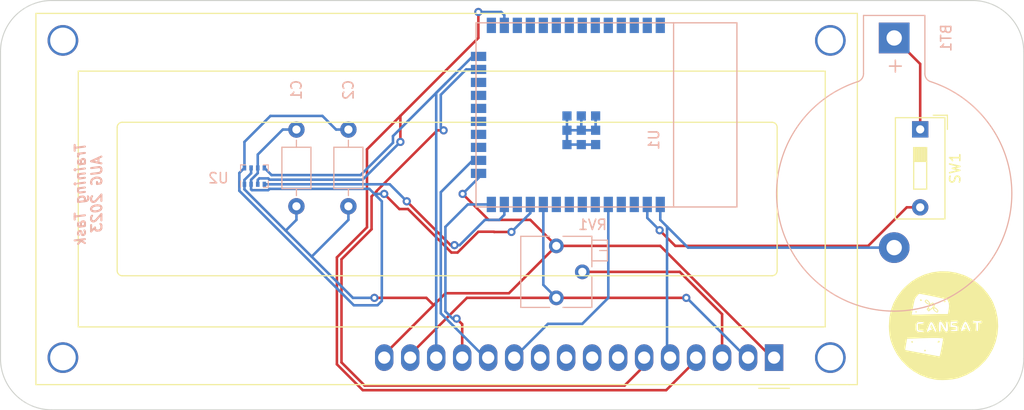
<source format=kicad_pcb>
(kicad_pcb (version 20221018) (generator pcbnew)
  (layers (0 "F.Cu" signal) (31 "B.Cu" signal) (34 "B.Paste" user) (35 "F.Paste" user) (36 "B.SilkS" user "B.Silkscreen") (37 "F.SilkS" user "F.Silkscreen") (38 "B.Mask" user) (39 "F.Mask" user) (44 "Edge.Cuts" user))
  (net 0 "")
  (net 11 "GND")
  (net 12 "+3.3V")
  (net 13 "/VO")
  (net 14 "/E")
  (net 21 "unconnected-(U1-NC@20-Pad20)")
  (net 23 "Net-(U1-THERMAL@39-PadGND@39)")
  (net 25 "/D4")
  (net 26 "/D5")
  (net 27 "/D6")
  (net 28 "SCK")
  (net 29 "SD0")
  (net 30 "SDI")
  (net 35 "GND1")
  (net 36 "Vin")
  (net 37 "VDD")
  (net 45 "Net-(BT1-+)")
  (footprint "Display:WC1602A" (layer "F.Cu") (at 168.6 104.9 180)
    (fp_text reference "DS2" hide)
    (fp_text value "WC1602A")
    (fp_line (start -8.14 -2.64) (end -8.14 33.64) (stroke (width 0.12)) (layer "F.SilkS"))
    (fp_line (start -8.14 33.64) (end 72.14 33.64) (stroke (width 0.12)) (layer "F.SilkS"))
    (fp_line (start -8.13 -2.64) (end -7.34 -2.64) (stroke (width 0.12)) (layer "F.SilkS"))
    (fp_line (start -5 3) (end 68 3) (stroke (width 0.12)) (layer "F.SilkS"))
    (fp_line (start -5 28) (end -5 3) (stroke (width 0.12)) (layer "F.SilkS"))
    (fp_line (start -1.5 -3) (end 1.5 -3) (stroke (width 0.12)) (layer "F.SilkS"))
    (fp_line (start -0.29972 22.49932) (end -0.29972 8.5) (stroke (width 0.12)) (layer "F.SilkS"))
    (fp_line (start 0.2 8) (end 63.7 8) (stroke (width 0.12)) (layer "F.SilkS"))
    (fp_line (start 63.70066 23) (end 0.2 23) (stroke (width 0.12)) (layer "F.SilkS"))
    (fp_line (start 64.2 8.5) (end 64.2 22.5) (stroke (width 0.12)) (layer "F.SilkS"))
    (fp_line (start 68 3) (end 68 28) (stroke (width 0.12)) (layer "F.SilkS"))
    (fp_line (start 68 28) (end -5 28) (stroke (width 0.12)) (layer "F.SilkS"))
    (fp_line (start 72.14 -2.64) (end -7.34 -2.64) (stroke (width 0.12)) (layer "F.SilkS"))
    (fp_line (start 72.14 33.64) (end 72.14 -2.64) (stroke (width 0.12)) (layer "F.SilkS"))
    (fp_arc (start -0.29972 8.49884) (mid -0.153162 8.145018) (end 0.20066 7.99846) (stroke (width 0.12)) (layer "F.SilkS"))
    (fp_arc (start 0.20066 22.9997) (mid -0.153162 22.853142) (end -0.29972 22.49932) (stroke (width 0.12)) (layer "F.SilkS"))
    (fp_arc (start 63.7 8) (mid 64.053553 8.146447) (end 64.2 8.5) (stroke (width 0.12)) (layer "F.SilkS"))
    (fp_arc (start 64.20104 22.49932) (mid 64.054479 22.85315) (end 63.70066 22.9997) (stroke (width 0.12)) (layer "F.SilkS"))
    (pad "" thru_hole circle (at -5.4991 0 180) (size 3 3) (drill 2.5) (layers "*.Cu" "*.Mask"))
    (pad "" thru_hole circle (at -5.4991 31.0007 180) (size 3 3) (drill 2.5) (layers "*.Cu" "*.Mask"))
    (pad "" thru_hole circle (at 69.49948 31.0007 180) (size 3 3) (drill 2.5) (layers "*.Cu" "*.Mask"))
    (pad "" thru_hole circle (at 69.5 0 180) (size 3 3) (drill 2.5) (layers "*.Cu" "*.Mask"))
    (pad "1" thru_hole rect (at 0 0 180) (size 1.8 2.6) (drill 1.2) (layers "*.Cu" "*.Mask") (net 11 "GND"))
    (pad "2" thru_hole oval (at 2.54 0 180) (size 1.8 2.6) (drill 1.2) (layers "*.Cu" "*.Mask") (net 12 "+3.3V"))
    (pad "3" thru_hole oval (at 5.08 0 180) (size 1.8 2.6) (drill 1.2) (layers "*.Cu" "*.Mask") (net 13 "/VO"))
    (pad "4" thru_hole oval (at 7.62 0 180) (size 1.8 2.6) (drill 1.2) (layers "*.Cu" "*.Mask") (net 30 "SDI"))
    (pad "5" thru_hole oval (at 10.16 0 180) (size 1.8 2.6) (drill 1.2) (layers "*.Cu" "*.Mask") (net 35 "GND1"))
    (pad "6" thru_hole oval (at 12.7 0 180) (size 1.8 2.6) (drill 1.2) (layers "*.Cu" "*.Mask") (net 14 "/E"))
    (pad "7" thru_hole oval (at 15.24 0 180) (size 1.8 2.6) (drill 1.2) (layers "*.Cu" "*.Mask"))
    (pad "8" thru_hole oval (at 17.78 0 180) (size 1.8 2.6) (drill 1.2) (layers "*.Cu" "*.Mask"))
    (pad "9" thru_hole oval (at 20.32 0 180) (size 1.8 2.6) (drill 1.2) (layers "*.Cu" "*.Mask"))
    (pad "10" thru_hole oval (at 22.86 0 180) (size 1.8 2.6) (drill 1.2) (layers "*.Cu" "*.Mask"))
    (pad "11" thru_hole oval (at 25.4 0 180) (size 1.8 2.6) (drill 1.2) (layers "*.Cu" "*.Mask") (net 25 "/D4"))
    (pad "12" thru_hole oval (at 27.94 0 180) (size 1.8 2.6) (drill 1.2) (layers "*.Cu" "*.Mask") (net 26 "/D5"))
    (pad "13" thru_hole oval (at 30.48 0 180) (size 1.8 2.6) (drill 1.2) (layers "*.Cu" "*.Mask") (net 27 "/D6"))
    (pad "14" thru_hole oval (at 33.02 0 180) (size 1.8 2.6) (drill 1.2) (layers "*.Cu" "*.Mask") (net 29 "SD0"))
    (pad "15" thru_hole oval (at 35.56 0 180) (size 1.8 2.6) (drill 1.2) (layers "*.Cu" "*.Mask") (net 12 "+3.3V"))
    (pad "16" thru_hole oval (at 38.1 0 180) (size 1.8 2.6) (drill 1.2) (layers "*.Cu" "*.Mask") (net 11 "GND"))
  )
  (footprint "Button_Switch_THT:SW_DIP_SPSTx01_Slide_9.78x4.72mm_W7.62mm_P2.54mm" (layer "F.Cu") (at 182.88 82.5925 -90)
    (fp_text reference "SW1" (at 3.81 -3.42 90) (layer "F.SilkS"))
    (fp_text value "~")
    (fp_line (start -1.38 -2.66) (end -1.38 -1.277) (stroke (width 0.12)) (layer "F.SilkS"))
    (fp_line (start -1.38 -2.66) (end 0.004 -2.66) (stroke (width 0.12)) (layer "F.SilkS"))
    (fp_line (start -1.14 -2.42) (end -1.14 2.42) (stroke (width 0.12)) (layer "F.SilkS"))
    (fp_line (start -1.14 -2.42) (end 8.76 -2.42) (stroke (width 0.12)) (layer "F.SilkS"))
    (fp_line (start -1.14 2.42) (end 8.76 2.42) (stroke (width 0.12)) (layer "F.SilkS"))
    (fp_line (start 1.78 -0.635) (end 1.78 0.635) (stroke (width 0.12)) (layer "F.SilkS"))
    (fp_line (start 1.78 -0.515) (end 3.133333 -0.515) (stroke (width 0.12)) (layer "F.SilkS"))
    (fp_line (start 1.78 -0.395) (end 3.133333 -0.395) (stroke (width 0.12)) (layer "F.SilkS"))
    (fp_line (start 1.78 -0.275) (end 3.133333 -0.275) (stroke (width 0.12)) (layer "F.SilkS"))
    (fp_line (start 1.78 -0.155) (end 3.133333 -0.155) (stroke (width 0.12)) (layer "F.SilkS"))
    (fp_line (start 1.78 -0.035) (end 3.133333 -0.035) (stroke (width 0.12)) (layer "F.SilkS"))
    (fp_line (start 1.78 0.085) (end 3.133333 0.085) (stroke (width 0.12)) (layer "F.SilkS"))
    (fp_line (start 1.78 0.205) (end 3.133333 0.205) (stroke (width 0.12)) (layer "F.SilkS"))
    (fp_line (start 1.78 0.325) (end 3.133333 0.325) (stroke (width 0.12)) (layer "F.SilkS"))
    (fp_line (start 1.78 0.445) (end 3.133333 0.445) (stroke (width 0.12)) (layer "F.SilkS"))
    (fp_line (start 1.78 0.565) (end 3.133333 0.565) (stroke (width 0.12)) (layer "F.SilkS"))
    (fp_line (start 1.78 0.635) (end 5.84 0.635) (stroke (width 0.12)) (layer "F.SilkS"))
    (fp_line (start 3.133333 -0.635) (end 3.133333 0.635) (stroke (width 0.12)) (layer "F.SilkS"))
    (fp_line (start 5.84 -0.635) (end 1.78 -0.635) (stroke (width 0.12)) (layer "F.SilkS"))
    (fp_line (start 5.84 0.635) (end 5.84 -0.635) (stroke (width 0.12)) (layer "F.SilkS"))
    (fp_line (start 8.76 -2.42) (end 8.76 2.42) (stroke (width 0.12)) (layer "F.SilkS"))
    (pad "1" thru_hole rect (at 0 0 270) (size 1.6 1.6) (drill 0.8) (layers "*.Cu" "*.Mask") (net 45 "Net-(BT1-+)"))
    (pad "2" thru_hole oval (at 7.62 0 270) (size 1.6 1.6) (drill 0.8) (layers "*.Cu" "*.Mask") (net 36 "Vin"))
  )
  (footprint "LOGO" (layer "F.Cu") (at 185.42 101.6)
    (fp_text reference "G***" hide)
    (fp_text value "LOGO" hide)
    (fp_poly (pts (xy -1.972025 2.583465) (xy -1.986632 2.652261) (xy -2.06846 2.691519) (xy -2.148577 2.662507) (xy -2.161702 2.612057) (xy -2.118536 2.536344) (xy -2.05662 2.533417)) (fill solid) (layer "F.SilkS"))
    (fp_poly (pts (xy -0.050512 -2.220318) (xy -0.065119 -2.151521) (xy -0.146947 -2.112263) (xy -0.227064 -2.141276) (xy -0.240189 -2.191726) (xy -0.197023 -2.267439) (xy -0.135107 -2.270365)) (fill solid) (layer "F.SilkS"))
    (fp_poly (pts (xy -3.253016 1.72939) (xy -3.242554 1.771395) (xy -3.27913 1.854096) (xy -3.362176 1.839189) (xy -3.382664 1.821434) (xy -3.420913 1.733545) (xy -3.358415 1.683338) (xy -3.332624 1.681324)) (fill solid) (layer "F.SilkS"))
    (fp_poly (pts (xy -2.875775 -1.187492) (xy -2.873263 -1.170922) (xy -2.920011 -1.100514) (xy -2.937814 -1.09236) (xy -2.992567 -1.121346) (xy -3.002364 -1.170922) (xy -2.971896 -1.245655) (xy -2.937814 -1.249484)) (fill solid) (layer "F.SilkS"))
    (fp_poly (pts (xy -2.430699 -2.37971) (xy -2.366659 -2.320284) (xy -2.371606 -2.282221) (xy -2.457996 -2.224255) (xy -2.547398 -2.275176) (xy -2.554479 -2.285791) (xy -2.568036 -2.369949) (xy -2.49392 -2.395554)) (fill solid) (layer "F.SilkS"))
    (fp_poly (pts (xy -0.636586 1.702856) (xy -0.630497 1.740549) (xy -0.680665 1.824875) (xy -0.741033 1.851085) (xy -0.82474 1.83869) (xy -0.830281 1.761836) (xy -0.776976 1.675681) (xy -0.695612 1.654231)) (fill solid) (layer "F.SilkS"))
    (fp_poly (pts (xy -1.849579 -2.345671) (xy -1.7392 -2.249693) (xy -1.626354 -2.121465) (xy -1.564966 -2.012577) (xy -1.56123 -1.991043) (xy -1.543993 -1.942765) (xy -1.503747 -1.96525) (xy -1.363241 -1.96525) (xy -1.326574 -1.898219) (xy -1.321041 -1.891489) (xy -1.235308 -1.816057) (xy -1.195478 -1.801418) (xy -1.168765 -1.845727) (xy -1.179231 -1.891489) (xy -1.258945 -1.971361) (xy -1.304794 -1.98156) (xy -1.363241 -1.96525) (xy -1.503747 -1.96525) (xy -1.47767 -1.979819) (xy -1.439016 -2.013502) (xy -1.348132 -2.084727) (xy -1.280077 -2.077923) (xy -1.184805 -1.992107) (xy -1.098268 -1.88531) (xy -1.097395 -1.797123) (xy -1.127386 -1.740694) (xy -1.170794 -1.648449) (xy -1.135102 -1.621372) (xy -1.129681 -1.621276) (xy -1.042326 -1.582695) (xy -0.918567 -1.487404) (xy -0.891561 -1.462394) (xy -0.784921 -1.34036) (xy -0.764743 -1.245976) (xy -0.785306 -1.192181) (xy -0.842228 -1.108551) (xy -0.908201 -1.09328) (xy -1.013024 -1.15041) (xy -1.129543 -1.238848) (xy -1.257282 -1.365536) (xy -1.298309 -1.468081) (xy -1.294976 -1.482494) (xy -1.31384 -1.497929) (xy -1.177285 -1.497929) (xy -1.172664 -1.412328) (xy -1.107451 -1.317256) (xy -0.998946 -1.231588) (xy -0.89786 -1.200586) (xy -0.842776 -1.233901) (xy -0.840662 -1.250526) (xy -0.880421 -1.322018) (xy -0.976881 -1.428009) (xy -0.984446 -1.435183) (xy -1.10673 -1.513041) (xy -1.177285 -1.497929) (xy -1.31384 -1.497929) (xy -1.315424 -1.499225) (xy -1.404026 -1.447753) (xy -1.484958 -1.385362) (xy -1.708317 -1.20125) (xy -1.829927 -1.328222) (xy -1.886139 -1.404347) (xy -1.780778 -1.404347) (xy -1.771395 -1.381087) (xy -1.717436 -1.323803) (xy -1.707804 -1.32104) (xy -1.682013 -1.367498) (xy -1.681324 -1.381087) (xy -1.727486 -1.438827) (xy -1.744915 -1.441134) (xy -1.780778 -1.404347) (xy -1.886139 -1.404347) (xy -1.904739 -1.429536) (xy -1.881546 -1.481136) (xy -1.876478 -1.483191) (xy -1.810452 -1.546872) (xy -1.690457 -1.546872) (xy -1.673222 -1.521443) (xy -1.595282 -1.452847) (xy -1.516584 -1.465798) (xy -1.403491 -1.567506) (xy -1.389555 -1.58224) (xy -1.304689 -1.685489) (xy -1.301538 -1.750356) (xy -1.350824 -1.801219) (xy -1.43073 -1.841508) (xy -1.517588 -1.805086) (xy -1.592264 -1.740422) (xy -1.687664 -1.628794) (xy -1.690457 -1.546872) (xy -1.810452 -1.546872) (xy -1.80673 -1.550462) (xy -1.801419 -1.576517) (xy -1.764464 -1.668087) (xy -1.702041 -1.751655) (xy -1.646579 -1.837088) (xy -1.674449 -1.861465) (xy -1.777783 -1.897627) (xy -1.910681 -1.984347) (xy -2.031414 -2.088983) (xy -2.098254 -2.178889) (xy -2.101655 -2.195665) (xy -2.092482 -2.216362) (xy -1.981561 -2.216362) (xy -1.939255 -2.13273) (xy -1.841891 -2.039632) (xy -1.733794 -1.972164) (xy -1.662097 -1.96342) (xy -1.664031 -2.022037) (xy -1.734872 -2.124392) (xy -1.747323 -2.138013) (xy -1.877857 -2.253902) (xy -1.958635 -2.275019) (xy -1.981561 -2.216362) (xy -2.092482 -2.216362) (xy -2.059745 -2.290226) (xy -2.009413 -2.343646) (xy -1.934949 -2.379653)) (fill solid) (layer "F.SilkS"))
    (fp_poly (pts (xy 0.184898 -5.130725) (xy 0.96013 -5.007574) (xy 1.727626 -4.771247) (xy 1.892628 -4.704601) (xy 2.485774 -4.396769) (xy 3.058337 -3.990277) (xy 3.588576 -3.506371) (xy 4.054749 -2.966296) (xy 4.435116 -2.391299) (xy 4.606974 -2.052114) (xy 4.88071 -1.301166) (xy 5.039837 -0.533993) (xy 5.085949 0.238069) (xy 5.020638 1.003689) (xy 4.845499 1.751532) (xy 4.562125 2.470265) (xy 4.17211 3.148555) (xy 3.808531 3.626312) (xy 3.28459 4.154136) (xy 2.677803 4.614291) (xy 2.013095 4.991244) (xy 1.315392 5.269458) (xy 1.050827 5.345037) (xy 0.637459 5.424846) (xy 0.159931 5.47692) (xy -0.331992 5.498416) (xy -0.788543 5.48649) (xy -1.017167 5.463188) (xy -1.782628 5.296739) (xy -2.508318 5.021376) (xy -3.183966 4.6446) (xy -3.799299 4.173913) (xy -4.344046 3.616817) (xy -4.807932 2.980812) (xy -5.054811 2.537008) (xy -4.005389 2.537008) (xy -4.005269 2.554015) (xy -3.946644 2.565698) (xy -3.788104 2.59581) (xy -3.547834 2.640973) (xy -3.244018 2.697808) (xy -2.894838 2.762939) (xy -2.518479 2.832985) (xy -2.133125 2.904569) (xy -1.756959 2.974313) (xy -1.408165 3.038837) (xy -1.104926 3.094765) (xy -0.865427 3.138716) (xy -0.707851 3.167314) (xy -0.652148 3.176992) (xy -0.627849 3.123466) (xy -0.587386 2.972681) (xy -0.535736 2.745594) (xy -0.477871 2.463167) (xy -0.456994 2.35472) (xy -0.40021 2.049882) (xy -0.352596 1.784786) (xy -0.318262 1.583044) (xy -0.301317 1.468266) (xy -0.300237 1.454011) (xy -0.35984 1.420387) (xy -0.537746 1.397015) (xy -0.832601 1.383912) (xy -1.243049 1.381098) (xy -1.767737 1.388589) (xy -2.405308 1.406405) (xy -2.797931 1.420396) (xy -3.824467 1.459337) (xy -3.92093 2.003557) (xy -3.961791 2.241609) (xy -3.991295 2.428243) (xy -4.005389 2.537008) (xy -5.054811 2.537008) (xy -5.075778 2.499317) (xy -5.298012 2.003048) (xy -5.452013 1.541067) (xy -5.547363 1.071675) (xy -5.593642 0.553176) (xy -5.600777 0.253011) (xy -2.912123 0.253011) (xy -2.90471 0.505903) (xy -2.870628 0.662036) (xy -2.791606 0.744454) (xy -2.64938 0.776199) (xy -2.493847 0.780615) (xy -2.312392 0.771334) (xy -2.191751 0.74738) (xy -2.174196 0.733638) (xy -1.889374 0.733638) (xy -1.861943 0.777143) (xy -1.828072 0.780615) (xy -1.729219 0.73206) (xy -1.703039 0.690544) (xy -1.622674 0.620554) (xy -1.524782 0.600473) (xy -1.405546 0.572723) (xy -1.392314 0.505873) (xy -1.47494 0.433824) (xy -1.539325 0.348053) (xy -1.528478 0.220674) (xy -1.484939 0.10352) (xy -1.443663 0.060048) (xy -1.40044 0.111399) (xy -1.331091 0.24558) (xy -1.256058 0.420331) (xy -1.171543 0.605641) (xy -1.091399 0.735672) (xy -1.036855 0.780615) (xy -0.986707 0.772701) (xy -0.969058 0.735542) (xy -0.988301 0.649015) (xy -1.048833 0.492994) (xy -1.146663 0.26663) (xy -0.720568 0.26663) (xy -0.715388 0.48464) (xy -0.701744 0.653034) (xy -0.682481 0.738129) (xy -0.680536 0.740583) (xy -0.612964 0.778523) (xy -0.567567 0.724792) (xy -0.539551 0.568837) (xy -0.528279 0.405319) (xy -0.510402 0.030024) (xy -0.311568 0.374027) (xy -0.186055 0.584184) (xy -0.097463 0.706133) (xy -0.026475 0.757778) (xy 0.04623 0.757022) (xy 0.087045 0.743443) (xy 0.137613 0.703415) (xy 0.164694 0.615251) (xy 0.172461 0.453501) (xy 0.168524 0.293388) (xy 0.41376 0.293388) (xy 0.70227 0.311824) (xy 0.879305 0.331051) (xy 0.965621 0.368441) (xy 0.990525 0.438065) (xy 0.99078 0.450355) (xy 0.971533 0.525624) (xy 0.894191 0.566468) (xy 0.729352 0.587154) (xy 0.705555 0.588751) (xy 0.53921 0.610715) (xy 0.436426 0.646031) (xy 0.420331 0.666807) (xy 0.475481 0.697844) (xy 0.623066 0.71128) (xy 0.765603 0.708552) (xy 1.110874 0.690544) (xy 1.110874 0.67086) (xy 1.458907 0.67086) (xy 1.498878 0.717429) (xy 1.524696 0.720568) (xy 1.608407 0.67528) (xy 1.621276 0.630497) (xy 1.673476 0.558055) (xy 1.771394 0.540426) (xy 1.892131 0.509106) (xy 1.921513 0.450355) (xy 1.873132 0.371709) (xy 1.827395 0.360284) (xy 1.763037 0.329576) (xy 1.774097 0.225178) (xy 1.839416 0.070081) (xy 1.904572 0.031021) (xy 1.965978 0.109806) (xy 1.972192 0.125329) (xy 2.08563 0.40914) (xy 2.173643 0.592867) (xy 2.244718 0.691632) (xy 2.306282 0.720568) (xy 2.342164 0.698071) (xy 2.336324 0.618819) (xy 2.284673 0.465164) (xy 2.198423 0.255201) (xy 2.072602 -0.015823) (xy 1.968812 -0.174118) (xy 1.929222 -0.195153) (xy 2.596946 -0.195153) (xy 2.628016 -0.137996) (xy 2.757171 -0.120094) (xy 2.942316 -0.120094) (xy 2.942316 0.260205) (xy 2.948206 0.464043) (xy 2.963554 0.616936) (xy 2.982348 0.680536) (xy 3.050749 0.719335) (xy 3.094534 0.665665) (xy 3.117192 0.510047) (xy 3.122458 0.300237) (xy 3.122458 -0.120094) (xy 3.307604 -0.120094) (xy 3.441828 -0.140349) (xy 3.467477 -0.195153) (xy 3.39027 -0.24218) (xy 3.197147 -0.266461) (xy 3.032036 -0.270213) (xy 2.771618 -0.259032) (xy 2.627697 -0.225316) (xy 2.596946 -0.195153) (xy 1.929222 -0.195153) (xy 1.877271 -0.222756) (xy 1.788196 -0.164813) (xy 1.691804 -0.003363) (xy 1.651701 0.083405) (xy 1.532719 0.366891) (xy 1.469321 0.558361) (xy 1.458907 0.67086) (xy 1.110874 0.67086) (xy 1.110874 0.450355) (xy 1.105451 0.302385) (xy 1.06757 0.228238) (xy 0.964811 0.19543) (xy 0.841199 0.180142) (xy 0.650439 0.14149) (xy 0.561633 0.075571) (xy 0.552234 0.048479) (xy 0.563326 -0.016053) (xy 0.644616 -0.052378) (xy 0.817216 -0.071616) (xy 1.001113 -0.09895) (xy 1.111508 -0.146774) (xy 1.127255 -0.168307) (xy 1.112807 -0.212431) (xy 1.018945 -0.23171) (xy 0.826911 -0.229603) (xy 0.801689 -0.228355) (xy 0.450354 -0.210165) (xy 0.432057 0.041611) (xy 0.41376 0.293388) (xy 0.168524 0.293388) (xy 0.167523 0.252677) (xy 0.146808 -0.008662) (xy 0.112943 -0.173523) (xy 0.072863 -0.23721) (xy 0.033502 -0.195028) (xy 0.001796 -0.04228) (xy -0.012043 0.131093) (xy -0.030024 0.510402) (xy -0.228859 0.166399) (xy -0.354452 -0.043845) (xy -0.443069 -0.16586) (xy -0.513889 -0.21757) (xy -0.586092 -0.216904) (xy -0.625078 -0.203936) (xy -0.677143 -0.157212) (xy -0.706928 -0.050678) (xy -0.719339 0.139855) (xy -0.720568 0.26663) (xy -1.146663 0.26663) (xy -1.151602 0.255201) (xy -1.277397 -0.002581) (xy -1.382794 -0.145523) (xy -1.475796 -0.175476) (xy -1.564409 -0.094287) (xy -1.656638 0.096196) (xy -1.671667 0.135107) (xy -1.751469 0.345656) (xy -1.824181 0.536289) (xy -1.854637 0.615485) (xy -1.889374 0.733638) (xy -2.174196 0.733638) (xy -2.161702 0.723858) (xy -2.215592 0.687299) (xy -2.352677 0.65805) (xy -2.446927 0.648799) (xy -2.732152 0.630497) (xy -2.750183 0.318662) (xy -2.768215 0.006827) (xy -2.484664 -0.011598) (xy -2.283686 -0.041127) (xy -2.182215 -0.087371) (xy -2.184048 -0.135443) (xy -2.29298 -0.170458) (xy -2.441923 -0.179222) (xy -2.678988 -0.165672) (xy -2.820711 -0.112547) (xy -2.890473 0.001648) (xy -2.911658 0.198408) (xy -2.912123 0.253011) (xy -5.600777 0.253011) (xy -5.601795 0.210166) (xy -5.556494 -0.590019) (xy -5.493575 -0.906206) (xy -3.36202 -0.906206) (xy -3.305234 -0.900602) (xy -3.146538 -0.89934) (xy -2.904031 -0.902191) (xy -2.59581 -0.908923) (xy -2.239974 -0.919308) (xy -2.18207 -0.921217) (xy -1.76831 -0.934015) (xy -1.349925 -0.945085) (xy -0.959191 -0.953707) (xy -0.628384 -0.959157) (xy -0.416128 -0.960756) (xy 0.169235 -0.960756) (xy 0.24431 -1.380853) (xy 0.279987 -1.754523) (xy 0.246162 -2.066273) (xy 0.145417 -2.298936) (xy 0.097679 -2.355681) (xy 0.025366 -2.383883) (xy -0.142003 -2.42944) (xy -0.384487 -2.488196) (xy -0.682147 -2.555991) (xy -1.015041 -2.628666) (xy -1.363228 -2.702064) (xy -1.706767 -2.772025) (xy -2.025719 -2.834391) (xy -2.300141 -2.885004) (xy -2.510093 -2.919705) (xy -2.635635 -2.934336) (xy -2.662454 -2.931288) (xy -2.705174 -2.879207) (xy -2.803423 -2.768918) (xy -2.87374 -2.691919) (xy -2.959641 -2.590085) (xy -3.024935 -2.483177) (xy -3.078382 -2.346024) (xy -3.128746 -2.153455) (xy -3.184785 -1.8803) (xy -3.218384 -1.701801) (xy -3.271686 -1.412879) (xy -3.316068 -1.169399) (xy -3.347413 -0.994163) (xy -3.361604 -0.909975) (xy -3.36202 -0.906206) (xy -5.493575 -0.906206) (xy -5.408853 -1.33196) (xy -5.155273 -2.024369) (xy -4.792152 -2.675955) (xy -4.315892 -3.29543) (xy -4.024937 -3.605148) (xy -3.429795 -4.118972) (xy -2.777673 -4.531643) (xy -2.079356 -4.841158) (xy -1.345632 -5.045512) (xy -0.587285 -5.142703)) (fill solid) (layer "F.SilkS"))
  )
  (footprint "Package_LGA:Bosch_LGA-8_2x2.5mm_P0.65mm_ClockwisePinNumbering" (layer "B.Cu") (at 117.815 87.16)
    (fp_text reference "U2" (at -3.515 0.2 180) (layer "B.SilkS") (effects (justify mirror)))
    (fp_text value "BMP280")
    (fp_line (start -1.35 -1.1) (end -1.35 -0.46) (stroke (width 0.1)) (layer "B.SilkS"))
    (fp_line (start -1.35 -1.1) (end -0.87 -1.1) (stroke (width 0.1)) (layer "B.SilkS"))
    (fp_line (start -1.35 0.46) (end -1.35 1.1) (stroke (width 0.1)) (layer "B.SilkS"))
    (fp_line (start 0.87 -1.1) (end 1.35 -1.1) (stroke (width 0.1)) (layer "B.SilkS"))
    (fp_line (start 0.87 1.1) (end 1.35 1.1) (stroke (width 0.1)) (layer "B.SilkS"))
    (fp_line (start 1.35 -1.1) (end 1.35 -0.46) (stroke (width 0.1)) (layer "B.SilkS"))
    (fp_line (start 1.35 0.46) (end 1.35 1.1) (stroke (width 0.1)) (layer "B.SilkS"))
    (pad "1" smd rect (at -0.975 0.8 270) (size 0.5 0.35) (layers "B.Cu" "B.Paste" "B.Mask") (net 11 "GND"))
    (pad "2" smd rect (at -0.325 0.8 270) (size 0.5 0.35) (layers "B.Cu" "B.Paste" "B.Mask") (net 37 "VDD"))
    (pad "3" smd rect (at 0.325 0.8 270) (size 0.5 0.35) (layers "B.Cu" "B.Paste" "B.Mask") (net 30 "SDI"))
    (pad "4" smd rect (at 0.975 0.8 270) (size 0.5 0.35) (layers "B.Cu" "B.Paste" "B.Mask") (net 28 "SCK"))
    (pad "5" smd rect (at 0.975 -0.8 270) (size 0.5 0.35) (layers "B.Cu" "B.Paste" "B.Mask") (net 29 "SD0"))
    (pad "6" smd rect (at 0.325 -0.8 270) (size 0.5 0.35) (layers "B.Cu" "B.Paste" "B.Mask") (net 37 "VDD"))
    (pad "7" smd rect (at -0.325 -0.8 270) (size 0.5 0.35) (layers "B.Cu" "B.Paste" "B.Mask") (net 11 "GND"))
    (pad "8" smd rect (at -0.975 -0.8 270) (size 0.5 0.35) (layers "B.Cu" "B.Paste" "B.Mask") (net 37 "VDD"))
  )
  (footprint "Battery:BatteryHolder_Keystone_103_1x20mm" (layer "B.Cu") (at 180.34 73.66 -90)
    (fp_text reference "BT1" (at 0 -5.08 90) (layer "B.SilkS") (effects (justify mirror)))
    (fp_text value "3.3V")
    (fp_text user "+" (at 2.75 0 90) (layer "B.SilkS") (effects (font (size 1.5 1.5)) (justify mirror)))
    (fp_line (start -2.2 -3) (end -2.2 3) (stroke (width 0.12)) (layer "B.SilkS"))
    (fp_line (start -2.2 -3) (end 3.5 -3) (stroke (width 0.12)) (layer "B.SilkS"))
    (fp_line (start -2.2 3) (end 3.5 3) (stroke (width 0.12)) (layer "B.SilkS"))
    (fp_arc (start 3.5 3) (mid 3.950694 3.136459) (end 4.25 3.5) (stroke (width 0.12)) (layer "B.SilkS"))
    (fp_arc (start 4.25 -3.5) (mid 3.950694 -3.136459) (end 3.5 -3) (stroke (width 0.12)) (layer "B.SilkS"))
    (fp_arc (start 4.25 -3.5) (mid 16.971103 -11.358466) (end 26.695671 0) (stroke (width 0.12)) (layer "B.SilkS"))
    (fp_arc (start 26.695671 0) (mid 16.971103 11.358466) (end 4.25 3.5) (stroke (width 0.12)) (layer "B.SilkS"))
    (pad "1" thru_hole rect (at 0 0 270) (size 3 3) (drill 1.5) (layers "*.Cu" "*.Mask") (net 45 "Net-(BT1-+)"))
    (pad "2" thru_hole circle (at 20.49 0 270) (size 3 3) (drill 1.5) (layers "*.Cu" "*.Mask") (net 35 "GND1"))
  )
  (footprint "Potentiometer_THT:Potentiometer_Bourns_3266P_Horizontal" (layer "B.Cu") (at 147.32 93.98 180)
    (fp_text reference "RV1" (at -3.54 2.065) (layer "B.SilkS") (effects (justify mirror)))
    (fp_text value "R_Potentiometer")
    (fp_line (start -4.995 -1.465) (end -3.476 -1.465) (stroke (width 0.12)) (layer "B.SilkS"))
    (fp_line (start -4.995 -0.455) (end -4.236 -0.455) (stroke (width 0.12)) (layer "B.SilkS"))
    (fp_line (start -4.995 0.555) (end -4.995 -1.465) (stroke (width 0.12)) (layer "B.SilkS"))
    (fp_line (start -4.995 0.555) (end -3.476 0.555) (stroke (width 0.12)) (layer "B.SilkS"))
    (fp_line (start -3.476 0.555) (end -3.476 -1.465) (stroke (width 0.12)) (layer "B.SilkS"))
    (fp_line (start -3.475 -6.015) (end -0.649 -6.015) (stroke (width 0.12)) (layer "B.SilkS"))
    (fp_line (start -3.475 -3.036) (end -3.475 -6.015) (stroke (width 0.12)) (layer "B.SilkS"))
    (fp_line (start -3.475 0.935) (end -3.475 -2.045) (stroke (width 0.12)) (layer "B.SilkS"))
    (fp_line (start -3.475 0.935) (end -0.649 0.935) (stroke (width 0.12)) (layer "B.SilkS"))
    (fp_line (start 0.65 -6.015) (end 3.475 -6.015) (stroke (width 0.12)) (layer "B.SilkS"))
    (fp_line (start 0.65 0.935) (end 3.475 0.935) (stroke (width 0.12)) (layer "B.SilkS"))
    (fp_line (start 3.475 0.935) (end 3.475 -6.015) (stroke (width 0.12)) (layer "B.SilkS"))
    (pad "1" thru_hole circle (at 0 0 180) (size 1.44 1.44) (drill 0.8) (layers "*.Cu" "*.Mask") (net 11 "GND"))
    (pad "2" thru_hole circle (at -2.54 -2.54 180) (size 1.44 1.44) (drill 0.8) (layers "*.Cu" "*.Mask") (net 13 "/VO"))
    (pad "3" thru_hole circle (at 0 -5.08 180) (size 1.44 1.44) (drill 0.8) (layers "*.Cu" "*.Mask") (net 12 "+3.3V"))
  )
  (footprint "ESP32-WROOM-32E:ESP32-WROOM-32E" (layer "B.Cu") (at 149.225 81.18 90)
    (fp_text reference "U1" (at -2.425 7.635 90) (layer "B.SilkS") (effects (justify mirror)))
    (fp_text value "ESP32-WROOM-32E")
    (fp_line (start -9 -9.755) (end 9 -9.755) (stroke (width 0.127)) (layer "B.SilkS"))
    (fp_line (start -9 9.555) (end -9 -9.755) (stroke (width 0.127)) (layer "B.SilkS"))
    (fp_line (start -9 9.555) (end -9 15.745) (stroke (width 0.127)) (layer "B.SilkS"))
    (fp_line (start -9 15.745) (end 9 15.745) (stroke (width 0.127)) (layer "B.SilkS"))
    (fp_line (start 9 -9.755) (end 9 9.555) (stroke (width 0.127)) (layer "B.SilkS"))
    (fp_line (start 9 9.555) (end -9 9.555) (stroke (width 0.127)) (layer "B.SilkS"))
    (fp_line (start 9 15.745) (end 9 9.555) (stroke (width 0.127)) (layer "B.SilkS"))
    (pad "1" smd rect (at -8.75 8.255 90) (size 1.5 0.9) (layers "B.Cu" "B.Paste" "B.Mask") (net 35 "GND1"))
    (pad "2" smd rect (at -8.75 6.985 90) (size 1.5 0.9) (layers "B.Cu" "B.Paste" "B.Mask") (net 36 "Vin"))
    (pad "3" smd rect (at -8.75 5.715 90) (size 1.5 0.9) (layers "B.Cu" "B.Paste" "B.Mask"))
    (pad "4" smd rect (at -8.75 4.445 90) (size 1.5 0.9) (layers "B.Cu" "B.Paste" "B.Mask"))
    (pad "5" smd rect (at -8.75 3.175 90) (size 1.5 0.9) (layers "B.Cu" "B.Paste" "B.Mask") (net 25 "/D4"))
    (pad "6" smd rect (at -8.75 1.905 90) (size 1.5 0.9) (layers "B.Cu" "B.Paste" "B.Mask"))
    (pad "7" smd rect (at -8.75 0.635 90) (size 1.5 0.9) (layers "B.Cu" "B.Paste" "B.Mask"))
    (pad "8" smd rect (at -8.75 -0.635 90) (size 1.5 0.9) (layers "B.Cu" "B.Paste" "B.Mask"))
    (pad "9" smd rect (at -8.75 -1.905 90) (size 1.5 0.9) (layers "B.Cu" "B.Paste" "B.Mask"))
    (pad "10" smd rect (at -8.75 -3.175 90) (size 1.5 0.9) (layers "B.Cu" "B.Paste" "B.Mask") (net 12 "+3.3V"))
    (pad "11" smd rect (at -8.75 -4.445 90) (size 1.5 0.9) (layers "B.Cu" "B.Paste" "B.Mask") (net 37 "VDD"))
    (pad "12" smd rect (at -8.75 -5.715 90) (size 1.5 0.9) (layers "B.Cu" "B.Paste" "B.Mask"))
    (pad "13" smd rect (at -8.75 -6.985 90) (size 1.5 0.9) (layers "B.Cu" "B.Paste" "B.Mask") (net 28 "SCK"))
    (pad "14" smd rect (at -8.75 -8.255 90) (size 1.5 0.9) (layers "B.Cu" "B.Paste" "B.Mask") (net 27 "/D6"))
    (pad "15" smd rect (at -5.715 -9.505) (size 1.5 0.9) (layers "B.Cu" "B.Paste" "B.Mask") (net 11 "GND"))
    (pad "16" smd rect (at -4.445 -9.505) (size 1.5 0.9) (layers "B.Cu" "B.Paste" "B.Mask") (net 26 "/D5"))
    (pad "17" smd rect (at -3.175 -9.505) (size 1.5 0.9) (layers "B.Cu" "B.Paste" "B.Mask"))
    (pad "18" smd rect (at -1.905 -9.505) (size 1.5 0.9) (layers "B.Cu" "B.Paste" "B.Mask"))
    (pad "19" smd rect (at -0.635 -9.505) (size 1.5 0.9) (layers "B.Cu" "B.Paste" "B.Mask"))
    (pad "20" smd rect (at 0.635 -9.505) (size 1.5 0.9) (layers "B.Cu" "B.Paste" "B.Mask") (net 21 "unconnected-(U1-NC@20-Pad20)"))
    (pad "21" smd rect (at 1.905 -9.505) (size 1.5 0.9) (layers "B.Cu" "B.Paste" "B.Mask"))
    (pad "22" smd rect (at 3.175 -9.505) (size 1.5 0.9) (layers "B.Cu" "B.Paste" "B.Mask"))
    (pad "23" smd rect (at 4.445 -9.505) (size 1.5 0.9) (layers "B.Cu" "B.Paste" "B.Mask") (net 14 "/E"))
    (pad "24" smd rect (at 5.715 -9.505) (size 1.5 0.9) (layers "B.Cu" "B.Paste" "B.Mask") (net 29 "SD0"))
    (pad "25" smd rect (at 8.75 -8.255 270) (size 1.5 0.9) (layers "B.Cu" "B.Paste" "B.Mask"))
    (pad "26" smd rect (at 8.75 -6.985 270) (size 1.5 0.9) (layers "B.Cu" "B.Paste" "B.Mask") (net 30 "SDI"))
    (pad "27" smd rect (at 8.75 -5.715 270) (size 1.5 0.9) (layers "B.Cu" "B.Paste" "B.Mask"))
    (pad "28" smd rect (at 8.75 -4.445 270) (size 1.5 0.9) (layers "B.Cu" "B.Paste" "B.Mask"))
    (pad "29" smd rect (at 8.75 -3.175 270) (size 1.5 0.9) (layers "B.Cu" "B.Paste" "B.Mask"))
    (pad "30" smd rect (at 8.75 -1.905 270) (size 1.5 0.9) (layers "B.Cu" "B.Paste" "B.Mask"))
    (pad "31" smd rect (at 8.75 -0.635 270) (size 1.5 0.9) (layers "B.Cu" "B.Paste" "B.Mask"))
    (pad "32" smd rect (at 8.75 0.635 270) (size 1.5 0.9) (layers "B.Cu" "B.Paste" "B.Mask"))
    (pad "33" smd rect (at 8.75 1.905 270) (size 1.5 0.9) (layers "B.Cu" "B.Paste" "B.Mask"))
    (pad "34" smd rect (at 8.75 3.175 270) (size 1.5 0.9) (layers "B.Cu" "B.Paste" "B.Mask"))
    (pad "35" smd rect (at 8.75 4.445 270) (size 1.5 0.9) (layers "B.Cu" "B.Paste" "B.Mask"))
    (pad "36" smd rect (at 8.75 5.715 270) (size 1.5 0.9) (layers "B.Cu" "B.Paste" "B.Mask"))
    (pad "37" smd rect (at 8.75 6.985 270) (size 1.5 0.9) (layers "B.Cu" "B.Paste" "B.Mask"))
    (pad "38" smd rect (at 8.75 8.255 270) (size 1.5 0.9) (layers "B.Cu" "B.Paste" "B.Mask"))
    (pad "GND@39" smd rect (at -2.9 1.935 90) (size 0.9 0.9) (layers "B.Cu" "B.Paste" "B.Mask") (net 23 "Net-(U1-THERMAL@39-PadGND@39)"))
    (pad "GND@40" smd rect (at -1.5 1.935 90) (size 0.9 0.9) (layers "B.Cu" "B.Paste" "B.Mask") (net 23 "Net-(U1-THERMAL@39-PadGND@39)"))
    (pad "GND@41" smd rect (at -0.1 1.935 90) (size 0.9 0.9) (layers "B.Cu" "B.Paste" "B.Mask") (net 23 "Net-(U1-THERMAL@39-PadGND@39)"))
    (pad "GND@42" smd rect (at -2.9 0.535 90) (size 0.9 0.9) (layers "B.Cu" "B.Paste" "B.Mask") (net 23 "Net-(U1-THERMAL@39-PadGND@39)"))
    (pad "GND@43" smd rect (at -1.5 0.535 90) (size 0.9 0.9) (layers "B.Cu" "B.Paste" "B.Mask") (net 23 "Net-(U1-THERMAL@39-PadGND@39)"))
    (pad "GND@44" smd rect (at -0.1 0.535 90) (size 0.9 0.9) (layers "B.Cu" "B.Paste" "B.Mask") (net 23 "Net-(U1-THERMAL@39-PadGND@39)"))
    (pad "GND@45" smd rect (at -2.9 -0.865 90) (size 0.9 0.9) (layers "B.Cu" "B.Paste" "B.Mask") (net 23 "Net-(U1-THERMAL@39-PadGND@39)"))
    (pad "GND@46" smd rect (at -1.5 -0.865 90) (size 0.9 0.9) (layers "B.Cu" "B.Paste" "B.Mask") (net 23 "Net-(U1-THERMAL@39-PadGND@39)"))
    (pad "GND@47" smd rect (at -0.1 -0.865 90) (size 0.9 0.9) (layers "B.Cu" "B.Paste" "B.Mask") (net 23 "Net-(U1-THERMAL@39-PadGND@39)"))
  )
  (footprint "Capacitor_THT:C_Axial_L3.8mm_D2.6mm_P7.50mm_Horizontal" (layer "B.Cu") (at 127 82.61 -90)
    (fp_text reference "C2" (at -3.87 0 90) (layer "B.SilkS") (effects (justify mirror)))
    (fp_text value "100nF")
    (fp_line (start 1.04 0) (end 1.73 0) (stroke (width 0.12)) (layer "B.SilkS"))
    (fp_line (start 1.73 -1.42) (end 5.77 -1.42) (stroke (width 0.12)) (layer "B.SilkS"))
    (fp_line (start 1.73 1.42) (end 1.73 -1.42) (stroke (width 0.12)) (layer "B.SilkS"))
    (fp_line (start 5.77 -1.42) (end 5.77 1.42) (stroke (width 0.12)) (layer "B.SilkS"))
    (fp_line (start 5.77 1.42) (end 1.73 1.42) (stroke (width 0.12)) (layer "B.SilkS"))
    (fp_line (start 6.46 0) (end 5.77 0) (stroke (width 0.12)) (layer "B.SilkS"))
    (pad "1" thru_hole circle (at 0 0 270) (size 1.6 1.6) (drill 0.8) (layers "*.Cu" "*.Mask") (net 37 "VDD"))
    (pad "2" thru_hole oval (at 7.5 0 270) (size 1.6 1.6) (drill 0.8) (layers "*.Cu" "*.Mask") (net 11 "GND"))
  )
  (footprint "Capacitor_THT:C_Axial_L3.8mm_D2.6mm_P7.50mm_Horizontal" (layer "B.Cu") (at 121.92 82.61 -90)
    (fp_text reference "C1" (at -3.87 0 90) (layer "B.SilkS") (effects (justify mirror)))
    (fp_text value "100nF")
    (fp_line (start 1.04 0) (end 1.73 0) (stroke (width 0.12)) (layer "B.SilkS"))
    (fp_line (start 1.73 -1.42) (end 5.77 -1.42) (stroke (width 0.12)) (layer "B.SilkS"))
    (fp_line (start 1.73 1.42) (end 1.73 -1.42) (stroke (width 0.12)) (layer "B.SilkS"))
    (fp_line (start 5.77 -1.42) (end 5.77 1.42) (stroke (width 0.12)) (layer "B.SilkS"))
    (fp_line (start 5.77 1.42) (end 1.73 1.42) (stroke (width 0.12)) (layer "B.SilkS"))
    (fp_line (start 6.46 0) (end 5.77 0) (stroke (width 0.12)) (layer "B.SilkS"))
    (pad "1" thru_hole circle (at 0 0 270) (size 1.6 1.6) (drill 0.8) (layers "*.Cu" "*.Mask") (net 37 "VDD"))
    (pad "2" thru_hole oval (at 7.5 0 270) (size 1.6 1.6) (drill 0.8) (layers "*.Cu" "*.Mask") (net 11 "GND"))
  )
  (gr_line (start 188 110) (end 98 110) (stroke (width 0.1)) (layer "Edge.Cuts"))
  (gr_arc (start 93 75) (mid 94.464466 71.464467) (end 98 70) (stroke (width 0.1)) (layer "Edge.Cuts"))
  (gr_arc (start 98 110) (mid 94.464467 108.535534) (end 93 105) (stroke (width 0.1)) (layer "Edge.Cuts"))
  (gr_line (start 193 75) (end 193 105) (stroke (width 0.1)) (layer "Edge.Cuts"))
  (gr_arc (start 193 105) (mid 191.535534 108.535533) (end 188 110) (stroke (width 0.1)) (layer "Edge.Cuts"))
  (gr_line (start 98 70) (end 188 70) (stroke (width 0.1)) (layer "Edge.Cuts"))
  (gr_line (start 93 75) (end 93 105) (stroke (width 0.1)) (layer "Edge.Cuts"))
  (gr_arc (start 188 70) (mid 191.535534 71.464466) (end 193 75) (stroke (width 0.1)) (layer "Edge.Cuts"))
  (gr_text "Training Task\nAUG 2023" (at 101.6 88.9 90) (layer "B.SilkS") (effects (font (size 1 1) (thickness 0.2) bold italic) (justify mirror)))
  (segment (start 140.7 91.44) (end 138.16 88.9) (width 0.25) (layer "F.Cu") (net 11))
  (segment (start 136.49 98.61) (end 135.33 99.77) (width 0.25) (layer "F.Cu") (net 11))
  (segment (start 142.69 98.61) (end 136.49 98.61) (width 0.25) (layer "F.Cu") (net 11))
  (segment (start 147.32 93.98) (end 142.69 98.61) (width 0.25) (layer "F.Cu") (net 11))
  (segment (start 157.48 93.98) (end 147.32 93.98) (width 0.25) (layer "F.Cu") (net 11))
  (segment (start 130.2 104.9) (end 135.33 99.77) (width 0.25) (layer "F.Cu") (net 11))
  (segment (start 168.3 104.8) (end 157.48 93.98) (width 0.25) (layer "F.Cu") (net 11))
  (segment (start 134.62 99.06) (end 135.33 99.77) (width 0.25) (layer "F.Cu") (net 11))
  (segment (start 144.78 91.44) (end 140.7 91.44) (width 0.25) (layer "F.Cu") (net 11))
  (segment (start 129.54 99.06) (end 134.62 99.06) (width 0.25) (layer "F.Cu") (net 11))
  (segment (start 147.32 93.98) (end 144.78 91.44) (width 0.25) (layer "F.Cu") (net 11))
  (segment (start 168.3 105.7975) (end 168.3 104.8) (width 0.25) (layer "F.Cu") (net 11))
  (via (at 138.16 88.9) (size 0.8) (drill 0.4) (layers "F.Cu" "B.Cu") (net 11))
  (via (at 129.54 99.06) (size 0.8) (drill 0.4) (layers "F.Cu" "B.Cu") (net 11))
  (segment (start 127 90.11) (end 127 91.44) (width 0.25) (layer "B.Cu") (net 11))
  (segment (start 117.49 86.36) (end 117.49 86.885) (width 0.25) (layer "B.Cu") (net 11))
  (segment (start 121.92 90.11) (end 121.92 91.44) (width 0.25) (layer "B.Cu") (net 11))
  (segment (start 116.84 87.96) (end 116.84 88.46) (width 0.25) (layer "B.Cu") (net 11))
  (segment (start 116.84 87.535) (end 116.84 87.96) (width 0.25) (layer "B.Cu") (net 11))
  (segment (start 116.84 88.46) (end 120.87 92.49) (width 0.25) (layer "B.Cu") (net 11))
  (segment (start 139.72 87.34) (end 138.16 88.9) (width 0.25) (layer "B.Cu") (net 11))
  (segment (start 123.41 95.03) (end 127.44 99.06) (width 0.25) (layer "B.Cu") (net 11))
  (segment (start 127.44 99.06) (end 129.54 99.06) (width 0.25) (layer "B.Cu") (net 11))
  (segment (start 121.92 91.44) (end 120.87 92.49) (width 0.25) (layer "B.Cu") (net 11))
  (segment (start 127 91.44) (end 123.41 95.03) (width 0.25) (layer "B.Cu") (net 11))
  (segment (start 139.72 86.895) (end 139.72 87.34) (width 0.25) (layer "B.Cu") (net 11))
  (segment (start 117.49 86.885) (end 116.84 87.535) (width 0.25) (layer "B.Cu") (net 11))
  (segment (start 120.87 92.49) (end 123.41 95.03) (width 0.25) (layer "B.Cu") (net 11))
  (segment (start 132.74 104.9) (end 138.58 99.06) (width 0.25) (layer "F.Cu") (net 12))
  (segment (start 138.58 99.06) (end 160.02 99.06) (width 0.25) (layer "F.Cu") (net 12))
  (via (at 160.02 99.06) (size 0.8) (drill 0.4) (layers "F.Cu" "B.Cu") (net 12))
  (segment (start 165.76 105.7975) (end 165.76 104.8) (width 0.25) (layer "B.Cu") (net 12))
  (segment (start 165.76 104.9) (end 165.76 104.75) (width 0.25) (layer "B.Cu") (net 12))
  (segment (start 160.02 99.06) (end 159.92 99.06) (width 0.25) (layer "B.Cu") (net 12))
  (segment (start 165.76 104.75) (end 160.07 99.06) (width 0.25) (layer "B.Cu") (net 12))
  (segment (start 146.05 97.79) (end 146.05 89.93) (width 0.25) (layer "B.Cu") (net 12))
  (segment (start 160.07 99.06) (end 160.02 99.06) (width 0.25) (layer "B.Cu") (net 12))
  (segment (start 147.32 99.06) (end 146.05 97.79) (width 0.25) (layer "B.Cu") (net 12))
  (segment (start 159.92 99.06) (end 159.92 99.06) (width 0.25) (layer "B.Cu") (net 12))
  (segment (start 163.52 104.9) (end 163.52 100.656396) (width 0.25) (layer "F.Cu") (net 13))
  (segment (start 163.22 104.9) (end 163.52 104.6) (width 0.25) (layer "F.Cu") (net 13))
  (segment (start 163.22 105.7975) (end 163.22 104.8) (width 0.25) (layer "F.Cu") (net 13))
  (segment (start 163.52 100.656396) (end 159.383604 96.52) (width 0.25) (layer "F.Cu") (net 13))
  (segment (start 159.383604 96.52) (end 149.86 96.52) (width 0.25) (layer "F.Cu") (net 13))
  (segment (start 126.325 105.368604) (end 128.588198 107.631802) (width 0.25) (layer "F.Cu") (net 14))
  (segment (start 129.265 89.142347) (end 129.265 92.351396) (width 0.25) (layer "F.Cu") (net 14))
  (segment (start 129.775 88.632347) (end 129.265 89.142347) (width 0.25) (layer "F.Cu") (net 14))
  (segment (start 129.265 92.351396) (end 126.325 95.291396) (width 0.25) (layer "F.Cu") (net 14))
  (segment (start 155.6 106.02) (end 155.6 104.9) (width 0.25) (layer "F.Cu") (net 14))
  (segment (start 136.3045 82.69) (end 135.684695 82.69) (width 0.25) (layer "F.Cu") (net 14))
  (segment (start 153.988198 107.631802) (end 155.6 106.02) (width 0.25) (layer "F.Cu") (net 14))
  (segment (start 135.684695 82.69) (end 129.775 88.599695) (width 0.25) (layer "F.Cu") (net 14))
  (segment (start 128.588198 107.631802) (end 153.988198 107.631802) (width 0.25) (layer "F.Cu") (net 14))
  (segment (start 129.775 88.599695) (end 129.775 88.632347) (width 0.25) (layer "F.Cu") (net 14))
  (segment (start 126.325 95.291396) (end 126.325 105.368604) (width 0.25) (layer "F.Cu") (net 14))
  (via (at 136.3045 82.69) (size 0.8) (drill 0.4) (layers "F.Cu" "B.Cu") (net 14))
  (segment (start 138.506396 76.735) (end 139.72 76.735) (width 0.25) (layer "B.Cu") (net 14))
  (segment (start 136.03 79.211396) (end 138.506396 76.735) (width 0.25) (layer "B.Cu") (net 14))
  (segment (start 136.03 82.4155) (end 136.03 79.211396) (width 0.25) (layer "B.Cu") (net 14))
  (segment (start 136.3045 82.69) (end 136.03 82.4155) (width 0.25) (layer "B.Cu") (net 14))
  (segment (start 139.72 80.505) (end 139.281016 80.505) (width 0.25) (layer "B.Cu") (net 21))
  (segment (start 148.36 84.08) (end 151.16 84.08) (width 0.25) (layer "B.Cu") (net 23))
  (segment (start 151.16 81.28) (end 151.16 82.68) (width 0.25) (layer "B.Cu") (net 23))
  (segment (start 148.36 81.28) (end 148.36 84.08) (width 0.25) (layer "B.Cu") (net 23))
  (segment (start 148.36 82.68) (end 151.16 82.68) (width 0.25) (layer "B.Cu") (net 23))
  (segment (start 149.76 81.28) (end 149.76 82.68) (width 0.25) (layer "B.Cu") (net 23))
  (segment (start 146.5 101.6) (end 149.86 101.6) (width 0.25) (layer "B.Cu") (net 25))
  (segment (start 143.2 104.9) (end 146.5 101.6) (width 0.25) (layer "B.Cu") (net 25))
  (segment (start 142.9 104.9) (end 143.2 104.9) (width 0.25) (layer "B.Cu") (net 25))
  (segment (start 152.4 99.06) (end 152.4 89.93) (width 0.25) (layer "B.Cu") (net 25))
  (segment (start 149.86 101.6) (end 152.4 99.06) (width 0.25) (layer "B.Cu") (net 25))
  (segment (start 136.03 100.57) (end 136.03 88.735) (width 0.25) (layer "B.Cu") (net 26))
  (segment (start 136.03 88.735) (end 139.14 85.625) (width 0.25) (layer "B.Cu") (net 26))
  (segment (start 140.36 104.9) (end 136.03 100.57) (width 0.25) (layer "B.Cu") (net 26))
  (segment (start 139.14 85.625) (end 139.72 85.625) (width 0.25) (layer "B.Cu") (net 26))
  (segment (start 138.12 101.635402) (end 138.12 104.9) (width 0.25) (layer "F.Cu") (net 27))
  (segment (start 137.5746 101.090002) (end 137.5746 101.3546) (width 0.25) (layer "F.Cu") (net 27))
  (segment (start 137.5746 101.090002) (end 138.12 101.635402) (width 0.25) (layer "F.Cu") (net 27))
  (via (at 137.5746 101.090002) (size 0.8) (drill 0.4) (layers "F.Cu" "B.Cu") (net 27))
  (segment (start 138.67 89.93) (end 140.97 89.93) (width 0.25) (layer "B.Cu") (net 27))
  (segment (start 136.48 92.12) (end 138.67 89.93) (width 0.25) (layer "B.Cu") (net 27))
  (segment (start 136.48 100.383604) (end 136.48 92.12) (width 0.25) (layer "B.Cu") (net 27))
  (segment (start 137.186398 101.090002) (end 136.48 100.383604) (width 0.25) (layer "B.Cu") (net 27))
  (segment (start 137.5746 101.090002) (end 137.186398 101.090002) (width 0.25) (layer "B.Cu") (net 27))
  (segment (start 136.98601 93.90601) (end 132.7045 89.6245) (width 0.25) (layer "F.Cu") (net 28))
  (segment (start 137.365629 93.90601) (end 136.98601 93.90601) (width 0.25) (layer "F.Cu") (net 28))
  (via (at 132.7045 89.6245) (size 0.8) (drill 0.4) (layers "F.Cu" "B.Cu") (net 28))
  (via (at 137.365629 93.90601) (size 0.8) (drill 0.4) (layers "F.Cu" "B.Cu") (net 28))
  (segment (start 132.7045 89.6245) (end 131.04 87.96) (width 0.25) (layer "B.Cu") (net 28))
  (segment (start 141.745 91.44) (end 142.24 90.945) (width 0.25) (layer "B.Cu") (net 28))
  (segment (start 137.365629 93.90601) (end 137.870386 93.90601) (width 0.25) (layer "B.Cu") (net 28))
  (segment (start 131.04 87.96) (end 118.79 87.96) (width 0.25) (layer "B.Cu") (net 28))
  (segment (start 140.336396 91.44) (end 141.745 91.44) (width 0.25) (layer "B.Cu") (net 28))
  (segment (start 137.870386 93.90601) (end 140.336396 91.44) (width 0.25) (layer "B.Cu") (net 28))
  (segment (start 142.24 90.945) (end 142.24 89.93) (width 0.25) (layer "B.Cu") (net 28))
  (segment (start 135.28 104.8) (end 135.28 105.7975) (width 0.25) (layer "F.Cu") (net 29))
  (segment (start 131.355 83.8975) (end 131.355 83.25) (width 0.25) (layer "B.Cu") (net 29))
  (segment (start 135.28 104.9) (end 135.58 104.6) (width 0.25) (layer "B.Cu") (net 29))
  (segment (start 119.49 87.06) (end 128.1925 87.06) (width 0.25) (layer "B.Cu") (net 29))
  (segment (start 135.58 104.6) (end 135.58 79.025) (width 0.25) (layer "B.Cu") (net 29))
  (segment (start 128.1925 87.06) (end 131.355 83.8975) (width 0.25) (layer "B.Cu") (net 29))
  (segment (start 131.355 83.25) (end 136.5125 78.0925) (width 0.25) (layer "B.Cu") (net 29))
  (segment (start 118.79 86.36) (end 119.49 87.06) (width 0.25) (layer "B.Cu") (net 29))
  (segment (start 135.58 79.025) (end 136.5125 78.0925) (width 0.25) (layer "B.Cu") (net 29))
  (segment (start 139.72 75.465) (end 139.14 75.465) (width 0.25) (layer "B.Cu") (net 29))
  (segment (start 136.5125 78.0925) (end 139.14 75.465) (width 0.25) (layer "B.Cu") (net 29))
  (segment (start 128.401802 108.081802) (end 158.058198 108.081802) (width 0.25) (layer "F.Cu") (net 30))
  (segment (start 132.08 81.28) (end 139.7 73.66) (width 0.25) (layer "F.Cu") (net 30))
  (segment (start 158.058198 108.081802) (end 160.98 105.16) (width 0.25) (layer "F.Cu") (net 30))
  (segment (start 128.815 84.545) (end 128.815 92.165) (width 0.25) (layer "F.Cu") (net 30))
  (segment (start 128.815 92.165) (end 125.875 95.105) (width 0.25) (layer "F.Cu") (net 30))
  (segment (start 125.875 95.105) (end 125.875 105.555) (width 0.25) (layer "F.Cu") (net 30))
  (segment (start 125.875 105.555) (end 128.401802 108.081802) (width 0.25) (layer "F.Cu") (net 30))
  (segment (start 160.98 105.16) (end 160.98 104.9) (width 0.25) (layer "F.Cu") (net 30))
  (segment (start 139.7 73.66) (end 139.7 71.12) (width 0.25) (layer "F.Cu") (net 30))
  (segment (start 132.08 83.82) (end 132.08 81.28) (width 0.25) (layer "F.Cu") (net 30))
  (segment (start 132.08 81.28) (end 128.815 84.545) (width 0.25) (layer "F.Cu") (net 30))
  (via (at 132.08 83.82) (size 0.8) (drill 0.4) (layers "F.Cu" "B.Cu") (net 30))
  (via (at 139.7 71.12) (size 0.8) (drill 0.4) (layers "F.Cu" "B.Cu") (net 30))
  (segment (start 160.68 104.9) (end 160.68 106.02) (width 0.25) (layer "B.Cu") (net 30))
  (segment (start 119.29 87.51) (end 128.39 87.51) (width 0.25) (layer "B.Cu") (net 30))
  (segment (start 142.24 71.43) (end 141.93 71.12) (width 0.25) (layer "B.Cu") (net 30))
  (segment (start 118.14 87.96) (end 118.14 87.535) (width 0.25) (layer "B.Cu") (net 30))
  (segment (start 118.29 87.385) (end 119.165 87.385) (width 0.25) (layer "B.Cu") (net 30))
  (segment (start 119.165 87.385) (end 119.29 87.51) (width 0.25) (layer "B.Cu") (net 30))
  (segment (start 142.24 72.43) (end 142.24 71.43) (width 0.25) (layer "B.Cu") (net 30))
  (segment (start 118.14 87.535) (end 118.29 87.385) (width 0.25) (layer "B.Cu") (net 30))
  (segment (start 141.93 71.12) (end 139.7 71.12) (width 0.25) (layer "B.Cu") (net 30))
  (segment (start 128.39 87.51) (end 132.08 83.82) (width 0.25) (layer "B.Cu") (net 30))
  (segment (start 158.14 92.1) (end 157.48 91.44) (width 0.25) (layer "B.Cu") (net 35))
  (segment (start 160.19 94.15) (end 158.14 92.1) (width 0.25) (layer "B.Cu") (net 35))
  (segment (start 180.34 94.15) (end 160.19 94.15) (width 0.25) (layer "B.Cu") (net 35))
  (segment (start 158.14 92.1) (end 158.14 104.9) (width 0.25) (layer "B.Cu") (net 35))
  (segment (start 157.48 91.44) (end 157.48 89.93) (width 0.25) (layer "B.Cu") (net 35))
  (segment (start 177.8 93.98) (end 158.943201 93.98) (width 0.25) (layer "F.Cu") (net 36))
  (segment (start 158.943201 93.98) (end 157.4155 92.452299) (width 0.25) (layer "F.Cu") (net 36))
  (segment (start 182.88 90.2125) (end 181.5675 90.2125) (width 0.25) (layer "F.Cu") (net 36))
  (segment (start 157.4155 92.452299) (end 157.427799 92.44) (width 0.25) (layer "F.Cu") (net 36))
  (segment (start 181.5675 90.2125) (end 177.8 93.98) (width 0.25) (layer "F.Cu") (net 36))
  (via (at 157.4155 92.452299) (size 0.8) (drill 0.4) (layers "F.Cu" "B.Cu") (net 36))
  (segment (start 157.4155 92.452299) (end 156.21 91.246799) (width 0.25) (layer "B.Cu") (net 36))
  (segment (start 156.21 91.246799) (end 156.21 89.93) (width 0.25) (layer "B.Cu") (net 36))
  (segment (start 131.9795 90.3795) (end 132.823104 90.3795) (width 0.25) (layer "F.Cu") (net 37))
  (segment (start 130.5 88.9) (end 131.9795 90.3795) (width 0.25) (layer "F.Cu") (net 37))
  (segment (start 137.665934 94.63101) (end 139.7 92.596944) (width 0.25) (layer "F.Cu") (net 37))
  (segment (start 132.823104 90.3795) (end 136.640629 94.197025) (width 0.25) (layer "F.Cu") (net 37))
  (segment (start 136.640629 94.197025) (end 136.640629 94.206315) (width 0.25) (layer "F.Cu") (net 37))
  (segment (start 136.640629 94.206315) (end 137.065324 94.63101) (width 0.25) (layer "F.Cu") (net 37))
  (segment (start 141.220548 92.596944) (end 141.243653 92.620049) (width 0.25) (layer "F.Cu") (net 37))
  (segment (start 137.065324 94.63101) (end 137.665934 94.63101) (width 0.25) (layer "F.Cu") (net 37))
  (segment (start 141.243653 92.620049) (end 142.935451 92.620049) (width 0.25) (layer "F.Cu") (net 37))
  (segment (start 139.7 92.596944) (end 141.220548 92.596944) (width 0.25) (layer "F.Cu") (net 37))
  (via (at 142.935451 92.620049) (size 0.8) (drill 0.4) (layers "F.Cu" "B.Cu") (net 37))
  (via (at 130.5 88.9) (size 0.8) (drill 0.4) (layers "F.Cu" "B.Cu") (net 37))
  (segment (start 125.79 82.61) (end 127 82.61) (width 0.25) (layer "B.Cu") (net 37))
  (segment (start 129.05 88.41) (end 129.54 88.9) (width 0.25) (layer "B.Cu") (net 37))
  (segment (start 118.14 86.36) (end 118.14 86.871396) (width 0.25) (layer "B.Cu") (net 37))
  (segment (start 116.34 88.596396) (end 127.528604 99.785) (width 0.25) (layer "B.Cu") (net 37))
  (segment (start 118.14 86.871396) (end 117.49 87.521396) (width 0.25) (layer "B.Cu") (net 37))
  (segment (start 117.49 87.96) (end 117.49 88.46) (width 0.25) (layer "B.Cu") (net 37))
  (segment (start 129.54 88.9) (end 130.5 88.9) (width 0.25) (layer "B.Cu") (net 37))
  (segment (start 116.84 86.36) (end 116.84 83.82) (width 0.25) (layer "B.Cu") (net 37))
  (segment (start 117.565 88.535) (end 119.165 88.535) (width 0.25) (layer "B.Cu") (net 37))
  (segment (start 119.38 81.28) (end 124.46 81.28) (width 0.25) (layer "B.Cu") (net 37))
  (segment (start 127.528604 99.785) (end 129.840305 99.785) (width 0.25) (layer "B.Cu") (net 37))
  (segment (start 144.78 89.93) (end 144.78 90.7755) (width 0.25) (layer "B.Cu") (net 37))
  (segment (start 116.34 86.86) (end 116.34 88.596396) (width 0.25) (layer "B.Cu") (net 37))
  (segment (start 118.14 85.06) (end 120.59 82.61) (width 0.25) (layer "B.Cu") (net 37))
  (segment (start 129.840305 99.785) (end 130.265 99.360305) (width 0.25) (layer "B.Cu") (net 37))
  (segment (start 117.49 87.521396) (end 117.49 87.96) (width 0.25) (layer "B.Cu") (net 37))
  (segment (start 144.78 90.7755) (end 142.935451 92.620049) (width 0.25) (layer "B.Cu") (net 37))
  (segment (start 142.935451 92.620049) (end 143.169951 92.620049) (width 0.25) (layer "B.Cu") (net 37))
  (segment (start 119.29 88.41) (end 129.05 88.41) (width 0.25) (layer "B.Cu") (net 37))
  (segment (start 124.46 81.28) (end 125.79 82.61) (width 0.25) (layer "B.Cu") (net 37))
  (segment (start 117.49 88.46) (end 117.565 88.535) (width 0.25) (layer "B.Cu") (net 37))
  (segment (start 116.84 83.82) (end 119.38 81.28) (width 0.25) (layer "B.Cu") (net 37))
  (segment (start 116.84 86.36) (end 116.34 86.86) (width 0.25) (layer "B.Cu") (net 37))
  (segment (start 120.59 82.61) (end 121.92 82.61) (width 0.25) (layer "B.Cu") (net 37))
  (segment (start 130.265 89.625) (end 129.54 88.9) (width 0.25) (layer "B.Cu") (net 37))
  (segment (start 118.14 86.36) (end 118.14 85.06) (width 0.25) (layer "B.Cu") (net 37))
  (segment (start 130.265 99.360305) (end 130.265 89.625) (width 0.25) (layer "B.Cu") (net 37))
  (segment (start 119.165 88.535) (end 119.29 88.41) (width 0.25) (layer "B.Cu") (net 37))
  (segment (start 182.88 82.5925) (end 182.88 76.2) (width 0.25) (layer "F.Cu") (net 45))
  (segment (start 182.88 76.2) (end 180.34 73.66) (width 0.25) (layer "F.Cu") (net 45))
)
</source>
